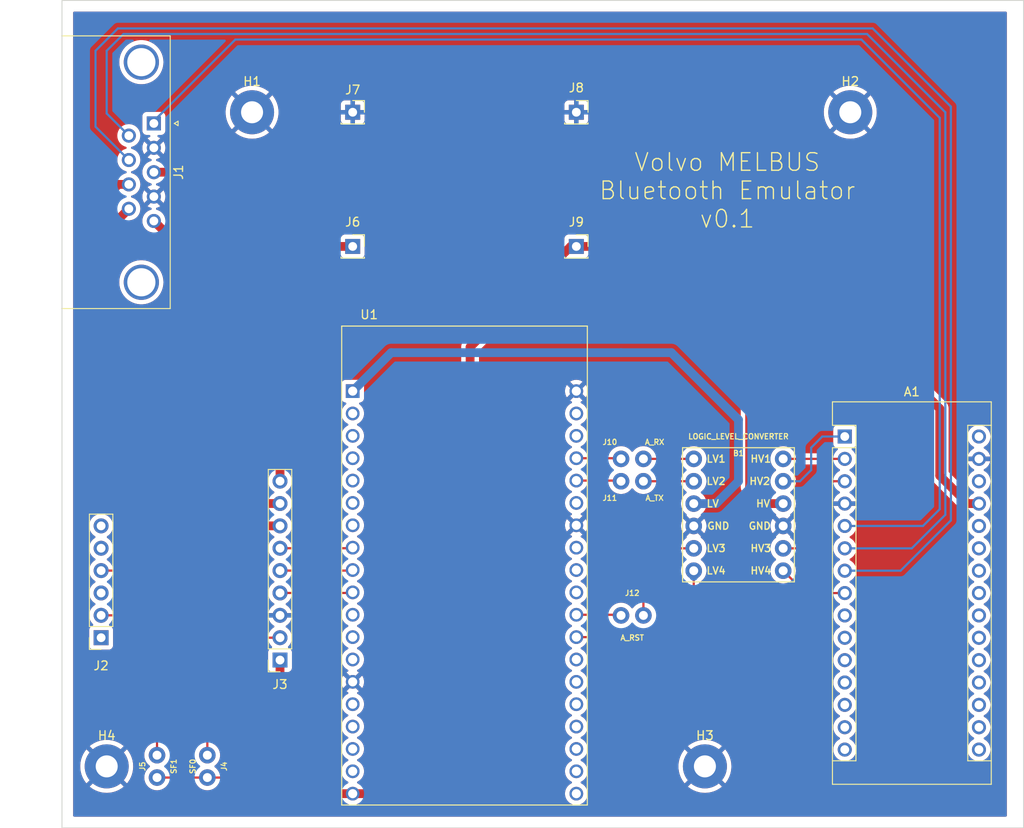
<source format=kicad_pcb>
(kicad_pcb (version 20211014) (generator pcbnew)
  (layers (0 "F.Cu" signal) (31 "B.Cu" signal) (34 "B.Paste" user) (35 "F.Paste" user) (36 "B.SilkS" user "B.Silkscreen") (37 "F.SilkS" user "F.Silkscreen") (38 "B.Mask" user) (39 "F.Mask" user) (44 "Edge.Cuts" user))
  (net 0 "")
  (net 48 "5V")
  (net 50 "Net-(A1-Pad1)")
  (net 53 "MELBUS_BUSY")
  (net 54 "MELBUS_DATA")
  (net 55 "MELBUS_CLK")
  (net 56 "GND")
  (net 57 "Net-(A1-Pad8)")
  (net 58 "Net-(B1-PadLV4)")
  (net 59 "Net-(B1-PadLV3)")
  (net 60 "Net-(B1-PadLV2)")
  (net 61 "3V3")
  (net 62 "Net-(J2-Pad2)")
  (net 63 "Net-(J2-Pad4)")
  (net 64 "Net-(J3-Pad2)")
  (net 65 "Net-(J3-Pad4)")
  (net 66 "Net-(J3-Pad5)")
  (net 67 "Net-(J3-Pad6)")
  (net 68 "AUDIO_L")
  (net 69 "AUDIO_GND")
  (net 70 "AUDIO_R")
  (net 71 "12V")
  (net 72 "Net-(J11-Pad2)")
  (net 73 "Net-(A1-Pad2)")
  (net 74 "Net-(B1-PadLV1)")
  (net 75 "Net-(J10-Pad1)")
  (net 76 "ARDUINO_RESET")
  (net 77 "Net-(J12-Pad1)")
  (footprint "MountingHole:MountingHole_2.5mm_Pad" (layer "F.Cu") (at 144.78 132.08)
    (fp_text reference "H3" (at 0 -3.5) (layer "F.SilkS"))
    (fp_text value "mnt_3")
    (pad "1" thru_hole circle (at 0 0) (size 5 5) (drill 2.5) (layers *.Cu *.Mask) (net 56 "GND"))
  )
  (footprint "Connector_PinSocket_2.54mm:PinSocket_1x01_P2.54mm_Vertical" (layer "F.Cu") (at 130.175 73.025)
    (fp_text reference "J9" (at 0 -2.77) (layer "F.SilkS"))
    (fp_text value "5V")
    (fp_line (start -1.33 1.21) (end -1.33 1.33) (layer "F.SilkS") (width 0.12))
    (fp_line (start 0 -1.33) (end 1.33 -1.33) (layer "F.SilkS") (width 0.12))
    (fp_line (start 1.33 -1.33) (end 1.33 0) (layer "F.SilkS") (width 0.12))
    (fp_line (start -1.33 1.33) (end 1.33 1.33) (layer "F.SilkS") (width 0.12))
    (fp_line (start 1.33 1.21) (end 1.33 1.33) (layer "F.SilkS") (width 0.12))
    (pad "1" thru_hole rect locked (at 0 0) (size 1.7 1.7) (drill 1) (layers *.Cu *.Mask) (net 48 "5V"))
  )
  (footprint "Connector_PinSocket_2.54mm:PinSocket_1x01_P2.54mm_Vertical" (layer "F.Cu") (at 104.775 73.025)
    (fp_text reference "J6" (at 0 -2.77) (layer "F.SilkS"))
    (fp_text value "12V")
    (fp_line (start 0 -1.33) (end 1.33 -1.33) (layer "F.SilkS") (width 0.12))
    (fp_line (start 1.33 -1.33) (end 1.33 0) (layer "F.SilkS") (width 0.12))
    (fp_line (start 1.33 1.21) (end 1.33 1.33) (layer "F.SilkS") (width 0.12))
    (fp_line (start -1.33 1.33) (end 1.33 1.33) (layer "F.SilkS") (width 0.12))
    (fp_line (start -1.33 1.21) (end -1.33 1.33) (layer "F.SilkS") (width 0.12))
    (pad "1" thru_hole rect locked (at 0 0) (size 1.7 1.7) (drill 1) (layers *.Cu *.Mask) (net 71 "12V"))
  )
  (footprint "MountingHole:MountingHole_2.5mm_Pad" (layer "F.Cu") (at 93.345 57.785)
    (fp_text reference "H1" (at 0 -3.5) (layer "F.SilkS"))
    (fp_text value "mnt_1")
    (pad "1" thru_hole circle (at 0 0) (size 5 5) (drill 2.5) (layers *.Cu *.Mask) (net 56 "GND"))
  )
  (footprint "Connector_PinSocket_2.54mm:PinSocket_1x01_P2.54mm_Vertical" (layer "F.Cu") (at 104.775 57.785)
    (fp_text reference "J7" (at 0 -2.54) (layer "F.SilkS"))
    (fp_text value "GND")
    (fp_line (start 0 -1.33) (end 1.33 -1.33) (layer "F.SilkS") (width 0.12))
    (fp_line (start 1.33 1.21) (end 1.33 1.33) (layer "F.SilkS") (width 0.12))
    (fp_line (start -1.33 1.33) (end 1.33 1.33) (layer "F.SilkS") (width 0.12))
    (fp_line (start 1.33 -1.33) (end 1.33 0) (layer "F.SilkS") (width 0.12))
    (fp_line (start -1.33 1.21) (end -1.33 1.33) (layer "F.SilkS") (width 0.12))
    (pad "1" thru_hole rect locked (at 0 0) (size 1.7 1.7) (drill 1) (layers *.Cu *.Mask) (net 56 "GND"))
  )
  (footprint "Connectors:1X02_NO_SILK" (layer "F.Cu") (at 135.255 97.155)
    (fp_text reference "J10" (at -1.27 -1.905) (layer "F.SilkS") (effects (font (size 0.6096 0.6096) (thickness 0.127))))
    (fp_text value "A_RX" (at 3.81 -1.905) (layer "F.SilkS") (effects (font (size 0.6096 0.6096) (thickness 0.127))))
    (pad "1" thru_hole circle locked (at 0 0) (size 1.8796 1.8796) (drill 1.016) (layers *.Cu *.Mask) (net 75 "Net-(J10-Pad1)"))
    (pad "2" thru_hole circle locked (at 2.54 0) (size 1.8796 1.8796) (drill 1.016) (layers *.Cu *.Mask) (net 74 "Net-(B1-PadLV1)"))
  )
  (footprint "MountingHole:MountingHole_2.5mm_Pad" (layer "F.Cu") (at 161.29 57.785)
    (fp_text reference "H2" (at 0 -3.5) (layer "F.SilkS"))
    (fp_text value "mnt_2")
    (pad "1" thru_hole circle (at 0 0) (size 5 5) (drill 2.5) (layers *.Cu *.Mask) (net 56 "GND"))
  )
  (footprint "Module:Arduino_Nano" (layer "F.Cu") (at 160.665 94.615)
    (fp_text reference "A1" (at 7.62 -5.08) (layer "F.SilkS"))
    (fp_text value "Arduino_Nano")
    (fp_line (start 16.64 -3.94) (end -1.4 -3.94) (layer "F.SilkS") (width 0.12))
    (fp_line (start 1.27 1.27) (end 1.27 -1.27) (layer "F.SilkS") (width 0.12))
    (fp_line (start 16.64 39.5) (end 16.64 -3.94) (layer "F.SilkS") (width 0.12))
    (fp_line (start 1.27 1.27) (end 1.27 36.83) (layer "F.SilkS") (width 0.12))
    (fp_line (start 1.27 36.83) (end -1.4 36.83) (layer "F.SilkS") (width 0.12))
    (fp_line (start 13.97 -1.27) (end 13.97 36.83) (layer "F.SilkS") (width 0.12))
    (fp_line (start -1.4 39.5) (end 16.64 39.5) (layer "F.SilkS") (width 0.12))
    (fp_line (start 1.27 1.27) (end -1.4 1.27) (layer "F.SilkS") (width 0.12))
    (fp_line (start -1.4 -3.94) (end -1.4 -1.27) (layer "F.SilkS") (width 0.12))
    (fp_line (start 13.97 36.83) (end 16.64 36.83) (layer "F.SilkS") (width 0.12))
    (fp_line (start 13.97 -1.27) (end 16.64 -1.27) (layer "F.SilkS") (width 0.12))
    (fp_line (start -1.4 1.27) (end -1.4 39.5) (layer "F.SilkS") (width 0.12))
    (fp_line (start 1.27 -1.27) (end -1.4 -1.27) (layer "F.SilkS") (width 0.12))
    (pad "1" thru_hole rect locked (at 0 0) (size 1.6 1.6) (drill 1) (layers *.Cu *.Mask) (net 50 "Net-(A1-Pad1)"))
    (pad "2" thru_hole oval locked (at 0 2.54) (size 1.6 1.6) (drill 1) (layers *.Cu *.Mask) (net 73 "Net-(A1-Pad2)"))
    (pad "3" thru_hole oval locked (at 0 5.08) (size 1.6 1.6) (drill 1) (layers *.Cu *.Mask) (net 76 "ARDUINO_RESET"))
    (pad "4" thru_hole oval locked (at 0 7.62) (size 1.6 1.6) (drill 1) (layers *.Cu *.Mask) (net 56 "GND"))
    (pad "5" thru_hole oval locked (at 0 10.16) (size 1.6 1.6) (drill 1) (layers *.Cu *.Mask) (net 55 "MELBUS_CLK"))
    (pad "6" thru_hole oval locked (at 0 12.7) (size 1.6 1.6) (drill 1) (layers *.Cu *.Mask) (net 54 "MELBUS_DATA"))
    (pad "7" thru_hole oval locked (at 0 15.24) (size 1.6 1.6) (drill 1) (layers *.Cu *.Mask) (net 53 "MELBUS_BUSY"))
    (pad "8" thru_hole oval locked (at 0 17.78) (size 1.6 1.6) (drill 1) (layers *.Cu *.Mask) (net 57 "Net-(A1-Pad8)"))
    (pad "9" thru_hole oval locked (at 0 20.32) (size 1.6 1.6) (drill 1) (layers *.Cu *.Mask))
    (pad "10" thru_hole oval locked (at 0 22.86) (size 1.6 1.6) (drill 1) (layers *.Cu *.Mask))
    (pad "11" thru_hole oval locked (at 0 25.4) (size 1.6 1.6) (drill 1) (layers *.Cu *.Mask))
    (pad "12" thru_hole oval locked (at 0 27.94) (size 1.6 1.6) (drill 1) (layers *.Cu *.Mask))
    (pad "13" thru_hole oval locked (at 0 30.48) (size 1.6 1.6) (drill 1) (layers *.Cu *.Mask))
    (pad "14" thru_hole oval locked (at 0 33.02) (size 1.6 1.6) (drill 1) (layers *.Cu *.Mask))
    (pad "15" thru_hole oval locked (at 0 35.56) (size 1.6 1.6) (drill 1) (layers *.Cu *.Mask))
    (pad "16" thru_hole oval locked (at 15.24 35.56) (size 1.6 1.6) (drill 1) (layers *.Cu *.Mask))
    (pad "17" thru_hole oval locked (at 15.24 33.02) (size 1.6 1.6) (drill 1) (layers *.Cu *.Mask))
    (pad "18" thru_hole oval locked (at 15.24 30.48) (size 1.6 1.6) (drill 1) (layers *.Cu *.Mask))
    (pad "19" thru_hole oval locked (at 15.24 27.94) (size 1.6 1.6) (drill 1) (layers *.Cu *.Mask))
    (pad "20" thru_hole oval locked (at 15.24 25.4) (size 1.6 1.6) (drill 1) (layers *.Cu *.Mask))
    (pad "21" thru_hole oval locked (at 15.24 22.86) (size 1.6 1.6) (drill 1) (layers *.Cu *.Mask))
    (pad "22" thru_hole oval locked (at 15.24 20.32) (size 1.6 1.6) (drill 1) (layers *.Cu *.Mask))
    (pad "23" thru_hole oval locked (at 15.24 17.78) (size 1.6 1.6) (drill 1) (layers *.Cu *.Mask))
    (pad "24" thru_hole oval locked (at 15.24 15.24) (size 1.6 1.6) (drill 1) (layers *.Cu *.Mask))
    (pad "25" thru_hole oval locked (at 15.24 12.7) (size 1.6 1.6) (drill 1) (layers *.Cu *.Mask))
    (pad "26" thru_hole oval locked (at 15.24 10.16) (size 1.6 1.6) (drill 1) (layers *.Cu *.Mask))
    (pad "27" thru_hole oval locked (at 15.24 7.62) (size 1.6 1.6) (drill 1) (layers *.Cu *.Mask) (net 48 "5V"))
    (pad "28" thru_hole oval locked (at 15.24 5.08) (size 1.6 1.6) (drill 1) (layers *.Cu *.Mask))
    (pad "29" thru_hole oval locked (at 15.24 2.54) (size 1.6 1.6) (drill 1) (layers *.Cu *.Mask) (net 56 "GND"))
    (pad "30" thru_hole oval locked (at 15.24 0) (size 1.6 1.6) (drill 1) (layers *.Cu *.Mask))
  )
  (footprint "Connectors:1X02_NO_SILK" (layer "F.Cu") (at 88.265 130.81 -90)
    (fp_text reference "J4" (at 1.27 -1.905 -270) (layer "F.SilkS") (effects (font (size 0.6096 0.6096) (thickness 0.127))))
    (fp_text value "SF0" (at 1.27 1.651 -270) (layer "F.SilkS") (effects (font (size 0.6096 0.6096) (thickness 0.127))))
    (pad "1" thru_hole circle locked (at 0 0 270) (size 1.8796 1.8796) (drill 1.016) (layers *.Cu *.Mask) (net 63 "Net-(J2-Pad4)"))
    (pad "2" thru_hole circle locked (at 2.54 0 270) (size 1.8796 1.8796) (drill 1.016) (layers *.Cu *.Mask) (net 64 "Net-(J3-Pad2)"))
  )
  (footprint "Connector_PinSocket_2.54mm:PinSocket_1x09_P2.54mm_Vertical" (layer "F.Cu") (at 96.52 120.005 180)
    (fp_text reference "J3" (at 0 -2.77) (layer "F.SilkS"))
    (fp_text value "DAC_A")
    (fp_line (start 1.33 1.27) (end 1.33 21.65) (layer "F.SilkS") (width 0.12))
    (fp_line (start -1.33 21.65) (end 1.33 21.65) (layer "F.SilkS") (width 0.12))
    (fp_line (start 0 -1.33) (end 1.33 -1.33) (layer "F.SilkS") (width 0.12))
    (fp_line (start -1.33 1.27) (end -1.33 21.65) (layer "F.SilkS") (width 0.12))
    (fp_line (start -1.33 1.27) (end 1.33 1.27) (layer "F.SilkS") (width 0.12))
    (fp_line (start 1.33 -1.33) (end 1.33 0) (layer "F.SilkS") (width 0.12))
    (pad "1" thru_hole rect locked (at 0 0 180) (size 1.7 1.7) (drill 1) (layers *.Cu *.Mask) (net 48 "5V"))
    (pad "2" thru_hole oval locked (at 0 2.54 180) (size 1.7 1.7) (drill 1) (layers *.Cu *.Mask) (net 64 "Net-(J3-Pad2)"))
    (pad "3" thru_hole oval locked (at 0 5.08 180) (size 1.7 1.7) (drill 1) (layers *.Cu *.Mask) (net 56 "GND"))
    (pad "4" thru_hole oval locked (at 0 7.62 180) (size 1.7 1.7) (drill 1) (layers *.Cu *.Mask) (net 65 "Net-(J3-Pad4)"))
    (pad "5" thru_hole oval locked (at 0 10.16 180) (size 1.7 1.7) (drill 1) (layers *.Cu *.Mask) (net 66 "Net-(J3-Pad5)"))
    (pad "6" thru_hole oval locked (at 0 12.7 180) (size 1.7 1.7) (drill 1) (layers *.Cu *.Mask) (net 67 "Net-(J3-Pad6)"))
    (pad "7" thru_hole oval locked (at 0 15.24 180) (size 1.7 1.7) (drill 1) (layers *.Cu *.Mask) (net 68 "AUDIO_L"))
    (pad "8" thru_hole oval locked (at 0 17.78 180) (size 1.7 1.7) (drill 1) (layers *.Cu *.Mask) (net 69 "AUDIO_GND"))
    (pad "9" thru_hole oval locked (at 0 20.32 180) (size 1.7 1.7) (drill 1) (layers *.Cu *.Mask) (net 70 "AUDIO_R"))
  )
  (footprint "MountingHole:MountingHole_2.5mm_Pad" (layer "F.Cu") (at 76.835 132.08)
    (fp_text reference "H4" (at 0 -3.5) (layer "F.SilkS"))
    (fp_text value "mnt_4")
    (pad "1" thru_hole circle (at 0 0) (size 5 5) (drill 2.5) (layers *.Cu *.Mask) (net 56 "GND"))
  )
  (footprint "Boards:SPARKFUN_LOGIC_LEVEL_CONVERTER" (layer "F.Cu") (at 148.59 103.505)
    (fp_text reference "B1" (at 0 -6.985) (layer "F.SilkS") (effects (font (size 0.6096 0.6096) (thickness 0.127))))
    (fp_text value "LOGIC_LEVEL_CONVERTER" (at 0 -8.89) (layer "F.SilkS") (effects (font (size 0.6096 0.6096) (thickness 0.127))))
    (fp_text user "HV4" (at 2.54 6.35) (layer "F.SilkS") (effects (font (size 0.8128 0.8128) (thickness 0.1524))))
    (fp_text user "HV" (at 2.794 -1.27) (layer "F.SilkS") (effects (font (size 0.8128 0.8128) (thickness 0.1524))))
    (fp_text user "GND" (at -2.286 1.27) (layer "F.SilkS") (effects (font (size 0.8128 0.8128) (thickness 0.1524))))
    (fp_text user "LV4" (at -2.54 6.35) (layer "F.SilkS") (effects (font (size 0.8128 0.8128) (thickness 0.1524))))
    (fp_text user "LV1" (at -2.54 -6.35) (layer "F.SilkS") (effects (font (size 0.8128 0.8128) (thickness 0.1524))))
    (fp_text user "GND" (at 2.413 1.27) (layer "F.SilkS") (effects (font (size 0.8128 0.8128) (thickness 0.1524))))
    (fp_text user "HV1" (at 2.54 -6.35) (layer "F.SilkS") (effects (font (size 0.8128 0.8128) (thickness 0.1524))))
    (fp_text user "LV" (at -2.921 -1.27) (layer "F.SilkS") (effects (font (size 0.8128 0.8128) (thickness 0.1524))))
    (fp_text user "LV2" (at -2.54 -3.81) (layer "F.SilkS") (effects (font (size 0.8128 0.8128) (thickness 0.1524))))
    (fp_text user "HV2" (at 2.413 -3.81) (layer "F.SilkS") (effects (font (size 0.8128 0.8128) (thickness 0.1524))))
    (fp_text user "LV3" (at -2.54 3.81) (layer "F.SilkS") (effects (font (size 0.8128 0.8128) (thickness 0.1524))))
    (fp_text user "HV3" (at 2.54 3.81) (layer "F.SilkS") (effects (font (size 0.8128 0.8128) (thickness 0.1524))))
    (fp_line (start 6.35 7.62) (end -6.35 7.62) (layer "F.SilkS") (width 0.127))
    (fp_line (start 6.35 -7.62) (end 6.35 7.62) (layer "F.SilkS") (width 0.127))
    (fp_line (start -6.35 -7.62) (end 6.35 -7.62) (layer "F.SilkS") (width 0.127))
    (fp_line (start -6.35 7.62) (end -6.35 -7.62) (layer "F.SilkS") (width 0.127))
    (pad "GND1" thru_hole circle locked (at -5.08 1.27) (size 1.8796 1.8796) (drill 1.016) (layers *.Cu *.Mask) (net 56 "GND"))
    (pad "GND2" thru_hole circle locked (at 5.08 1.27) (size 1.8796 1.8796) (drill 1.016) (layers *.Cu *.Mask) (net 56 "GND"))
    (pad "HV" thru_hole circle locked (at 5.08 -1.27) (size 1.8796 1.8796) (drill 1.016) (layers *.Cu *.Mask) (net 48 "5V"))
    (pad "HV1" thru_hole circle locked (at 5.08 -6.35) (size 1.8796 1.8796) (drill 1.016) (layers *.Cu *.Mask) (net 73 "Net-(A1-Pad2)"))
    (pad "HV2" thru_hole circle locked (at 5.08 -3.81) (size 1.8796 1.8796) (drill 1.016) (layers *.Cu *.Mask) (net 50 "Net-(A1-Pad1)"))
    (pad "HV3" thru_hole circle locked (at 5.08 3.81) (size 1.8796 1.8796) (drill 1.016) (layers *.Cu *.Mask) (net 76 "ARDUINO_RESET"))
    (pad "HV4" thru_hole circle locked (at 5.08 6.35) (size 1.8796 1.8796) (drill 1.016) (layers *.Cu *.Mask) (net 57 "Net-(A1-Pad8)"))
    (pad "LV" thru_hole circle locked (at -5.08 -1.27) (size 1.8796 1.8796) (drill 1.016) (layers *.Cu *.Mask) (net 61 "3V3"))
    (pad "LV1" thru_hole circle locked (at -5.08 -6.35) (size 1.8796 1.8796) (drill 1.016) (layers *.Cu *.Mask) (net 74 "Net-(B1-PadLV1)"))
    (pad "LV2" thru_hole circle locked (at -5.08 -3.81) (size 1.8796 1.8796) (drill 1.016) (layers *.Cu *.Mask) (net 60 "Net-(B1-PadLV2)"))
    (pad "LV3" thru_hole circle locked (at -5.08 3.81) (size 1.8796 1.8796) (drill 1.016) (layers *.Cu *.Mask) (net 59 "Net-(B1-PadLV3)"))
    (pad "LV4" thru_hole circle locked (at -5.08 6.35) (size 1.8796 1.8796) (drill 1.016) (layers *.Cu *.Mask) (net 58 "Net-(B1-PadLV4)"))
  )
  (footprint "Connector_Dsub:DSUB-9_Male_Horizontal_P2.77x2.84mm_EdgePinOffset7.70mm_Housed_MountingHolesOffset9.12mm" (layer "F.Cu") (at 82.190331 59.055 -90)
    (fp_text reference "J1" (at 5.54 -2.8 -90) (layer "F.SilkS"))
    (fp_text value "DB9_Male")
    (fp_line (start -9.945 -1.86) (end 21.025 -1.86) (layer "F.SilkS") (width 0.12))
    (fp_line (start -9.945 10.48) (end -9.945 -1.86) (layer "F.SilkS") (width 0.12))
    (fp_line (start 0.25 -2.754338) (end 0 -2.321325) (layer "F.SilkS") (width 0.12))
    (fp_line (start 0 -2.321325) (end -0.25 -2.754338) (layer "F.SilkS") (width 0.12))
    (fp_line (start -0.25 -2.754338) (end 0.25 -2.754338) (layer "F.SilkS") (width 0.12))
    (fp_line (start 21.025 -1.86) (end 21.025 10.48) (layer "F.SilkS") (width 0.12))
    (pad "0" thru_hole circle locked (at -6.96 1.42 270) (size 4 4) (drill 3.2) (layers *.Cu *.Mask))
    (pad "0" thru_hole circle locked (at 18.04 1.42 270) (size 4 4) (drill 3.2) (layers *.Cu *.Mask))
    (pad "1" thru_hole rect locked (at 0 0 270) (size 1.6 1.6) (drill 1) (layers *.Cu *.Mask) (net 55 "MELBUS_CLK"))
    (pad "2" thru_hole circle locked (at 2.77 0 270) (size 1.6 1.6) (drill 1) (layers *.Cu *.Mask) (net 56 "GND"))
    (pad "3" thru_hole circle locked (at 5.54 0 270) (size 1.6 1.6) (drill 1) (layers *.Cu *.Mask) (net 71 "12V"))
    (pad "4" thru_hole circle locked (at 8.31 0 270) (size 1.6 1.6) (drill 1) (layers *.Cu *.Mask) (net 56 "GND"))
    (pad "5" thru_hole circle locked (at 11.08 0 270) (size 1.6 1.6) (drill 1) (layers *.Cu *.Mask) (net 70 "AUDIO_R"))
    (pad "6" thru_hole circle locked (at 1.385 2.84 270) (size 1.6 1.6) (drill 1) (layers *.Cu *.Mask) (net 54 "MELBUS_DATA"))
    (pad "7" thru_hole circle locked (at 4.155 2.84 270) (size 1.6 1.6) (drill 1) (layers *.Cu *.Mask) (net 53 "MELBUS_BUSY"))
    (pad "8" thru_hole circle locked (at 6.925 2.84 270) (size 1.6 1.6) (drill 1) (layers *.Cu *.Mask) (net 68 "AUDIO_L"))
    (pad "9" thru_hole circle locked (at 9.695 2.84 270) (size 1.6 1.6) (drill 1) (layers *.Cu *.Mask) (net 69 "AUDIO_GND"))
  )
  (footprint "esp32:MODULE_ESP32-DEVKITC-32D" (layer "F.Cu") (at 117.475 109.22)
    (fp_text reference "U1" (at -10.829175 -28.446045) (layer "F.SilkS") (effects (font (size 1.000386 1.000386))))
    (fp_text value "ESP32-DEVKITC-32D")
    (fp_line (start 13.95 -27.15) (end 13.95 27.25) (layer "F.SilkS") (width 0.127))
    (fp_line (start 13.95 27.25) (end -13.95 27.25) (layer "F.SilkS") (width 0.127))
    (fp_line (start -13.95 -27.15) (end 13.95 -27.15) (layer "F.SilkS") (width 0.127))
    (fp_line (start -13.95 27.25) (end -13.95 -27.15) (layer "F.SilkS") (width 0.127))
    (pad "1" thru_hole rect locked (at -12.7 -19.76) (size 1.56 1.56) (drill 1.04) (layers *.Cu *.Mask) (net 61 "3V3"))
    (pad "2" thru_hole circle locked (at -12.7 -17.22) (size 1.56 1.56) (drill 1.04) (layers *.Cu *.Mask))
    (pad "3" thru_hole circle locked (at -12.7 -14.68) (size 1.56 1.56) (drill 1.04) (layers *.Cu *.Mask))
    (pad "4" thru_hole circle locked (at -12.7 -12.14) (size 1.56 1.56) (drill 1.04) (layers *.Cu *.Mask))
    (pad "5" thru_hole circle locked (at -12.7 -9.6) (size 1.56 1.56) (drill 1.04) (layers *.Cu *.Mask))
    (pad "6" thru_hole circle locked (at -12.7 -7.06) (size 1.56 1.56) (drill 1.04) (layers *.Cu *.Mask))
    (pad "7" thru_hole circle locked (at -12.7 -4.52) (size 1.56 1.56) (drill 1.04) (layers *.Cu *.Mask))
    (pad "8" thru_hole circle locked (at -12.7 -1.98) (size 1.56 1.56) (drill 1.04) (layers *.Cu *.Mask) (net 67 "Net-(J3-Pad6)"))
    (pad "9" thru_hole circle locked (at -12.7 0.56) (size 1.56 1.56) (drill 1.04) (layers *.Cu *.Mask) (net 66 "Net-(J3-Pad5)"))
    (pad "10" thru_hole circle locked (at -12.7 3.1) (size 1.56 1.56) (drill 1.04) (layers *.Cu *.Mask) (net 65 "Net-(J3-Pad4)"))
    (pad "11" thru_hole circle locked (at -12.7 5.64) (size 1.56 1.56) (drill 1.04) (layers *.Cu *.Mask))
    (pad "12" thru_hole circle locked (at -12.7 8.18) (size 1.56 1.56) (drill 1.04) (layers *.Cu *.Mask))
    (pad "13" thru_hole circle locked (at -12.7 10.72) (size 1.56 1.56) (drill 1.04) (layers *.Cu *.Mask))
    (pad "14" thru_hole circle locked (at -12.7 13.26) (size 1.56 1.56) (drill 1.04) (layers *.Cu *.Mask) (net 56 "GND"))
    (pad "15" thru_hole circle locked (at -12.7 15.8) (size 1.56 1.56) (drill 1.04) (layers *.Cu *.Mask))
    (pad "16" thru_hole circle locked (at -12.7 18.34) (size 1.56 1.56) (drill 1.04) (layers *.Cu *.Mask))
    (pad "17" thru_hole circle locked (at -12.7 20.88) (size 1.56 1.56) (drill 1.04) (layers *.Cu *.Mask))
    (pad "18" thru_hole circle locked (at -12.7 23.42) (size 1.56 1.56) (drill 1.04) (layers *.Cu *.Mask))
    (pad "19" thru_hole circle locked (at -12.7 25.96) (size 1.56 1.56) (drill 1.04) (layers *.Cu *.Mask) (net 48 "5V"))
    (pad "20" thru_hole circle locked (at 12.7 -19.76) (size 1.56 1.56) (drill 1.04) (layers *.Cu *.Mask) (net 56 "GND"))
    (pad "21" thru_hole circle locked (at 12.7 -17.22) (size 1.56 1.56) (drill 1.04) (layers *.Cu *.Mask))
    (pad "22" thru_hole circle locked (at 12.7 -14.68) (size 1.56 1.56) (drill 1.04) (layers *.Cu *.Mask))
    (pad "23" thru_hole circle locked (at 12.7 -12.14) (size 1.56 1.56) (drill 1.04) (layers *.Cu *.Mask) (net 75 "Net-(J10-Pad1)"))
    (pad "24" thru_hole circle locked (at 12.7 -9.6) (size 1.56 1.56) (drill 1.04) (layers *.Cu *.Mask) (net 72 "Net-(J11-Pad2)"))
    (pad "25" thru_hole circle locked (at 12.7 -7.06) (size 1.56 1.56) (drill 1.04) (layers *.Cu *.Mask))
    (pad "26" thru_hole circle locked (at 12.7 -4.52) (size 1.56 1.56) (drill 1.04) (layers *.Cu *.Mask) (net 56 "GND"))
    (pad "27" thru_hole circle locked (at 12.7 -1.98) (size 1.56 1.56) (drill 1.04) (layers *.Cu *.Mask))
    (pad "28" thru_hole circle locked (at 12.7 0.56) (size 1.56 1.56) (drill 1.04) (layers *.Cu *.Mask))
    (pad "29" thru_hole circle locked (at 12.7 3.1) (size 1.56 1.56) (drill 1.04) (layers *.Cu *.Mask))
    (pad "30" thru_hole circle locked (at 12.7 5.64) (size 1.56 1.56) (drill 1.04) (layers *.Cu *.Mask) (net 77 "Net-(J12-Pad1)"))
    (pad "31" thru_hole circle locked (at 12.7 8.18) (size 1.56 1.56) (drill 1.04) (layers *.Cu *.Mask) (net 58 "Net-(B1-PadLV4)"))
    (pad "32" thru_hole circle locked (at 12.7 10.72) (size 1.56 1.56) (drill 1.04) (layers *.Cu *.Mask))
    (pad "33" thru_hole circle locked (at 12.7 13.26) (size 1.56 1.56) (drill 1.04) (layers *.Cu *.Mask))
    (pad "34" thru_hole circle locked (at 12.7 15.8) (size 1.56 1.56) (drill 1.04) (layers *.Cu *.Mask))
    (pad "35" thru_hole circle locked (at 12.7 18.34) (size 1.56 1.56) (drill 1.04) (layers *.Cu *.Mask))
    (pad "36" thru_hole circle locked (at 12.7 20.88) (size 1.56 1.56) (drill 1.04) (layers *.Cu *.Mask))
    (pad "37" thru_hole circle locked (at 12.7 23.42) (size 1.56 1.56) (drill 1.04) (layers *.Cu *.Mask))
    (pad "38" thru_hole circle locked (at 12.7 25.96) (size 1.56 1.56) (drill 1.04) (layers *.Cu *.Mask))
  )
  (footprint "Connectors:1X02_NO_SILK" (layer "F.Cu") (at 82.55 133.35 90)
    (fp_text reference "J5" (at 1.27 -1.651 90) (layer "F.SilkS") (effects (font (size 0.6096 0.6096) (thickness 0.127))))
    (fp_text value "SF1" (at 1.27 1.905 90) (layer "F.SilkS") (effects (font (size 0.6096 0.6096) (thickness 0.127))))
    (pad "1" thru_hole circle locked (at 0 0 90) (size 1.8796 1.8796) (drill 1.016) (layers *.Cu *.Mask) (net 64 "Net-(J3-Pad2)"))
    (pad "2" thru_hole circle locked (at 2.54 0 90) (size 1.8796 1.8796) (drill 1.016) (layers *.Cu *.Mask) (net 62 "Net-(J2-Pad2)"))
  )
  (footprint "Connectors:1X02_NO_SILK" (layer "F.Cu") (at 137.795 99.695 180)
    (fp_text reference "J11" (at 3.81 -1.905) (layer "F.SilkS") (effects (font (size 0.6096 0.6096) (thickness 0.127))))
    (fp_text value "A_TX" (at -1.27 -1.905) (layer "F.SilkS") (effects (font (size 0.6096 0.6096) (thickness 0.127))))
    (pad "1" thru_hole circle locked (at 0 0 180) (size 1.8796 1.8796) (drill 1.016) (layers *.Cu *.Mask) (net 60 "Net-(B1-PadLV2)"))
    (pad "2" thru_hole circle locked (at 2.54 0 180) (size 1.8796 1.8796) (drill 1.016) (layers *.Cu *.Mask) (net 72 "Net-(J11-Pad2)"))
  )
  (footprint "Connector_PinSocket_2.54mm:PinSocket_1x01_P2.54mm_Vertical" (layer "F.Cu") (at 130.175 57.785)
    (fp_text reference "J8" (at 0 -2.77) (layer "F.SilkS"))
    (fp_text value "GND")
    (fp_line (start -1.33 1.21) (end -1.33 1.33) (layer "F.SilkS") (width 0.12))
    (fp_line (start -1.33 1.33) (end 1.33 1.33) (layer "F.SilkS") (width 0.12))
    (fp_line (start 1.33 1.21) (end 1.33 1.33) (layer "F.SilkS") (width 0.12))
    (fp_line (start 1.33 -1.33) (end 1.33 0) (layer "F.SilkS") (width 0.12))
    (fp_line (start 0 -1.33) (end 1.33 -1.33) (layer "F.SilkS") (width 0.12))
    (pad "1" thru_hole rect locked (at 0 0) (size 1.7 1.7) (drill 1) (layers *.Cu *.Mask) (net 56 "GND"))
  )
  (footprint "Connectors:1X02_NO_SILK" (layer "F.Cu") (at 135.255 114.935)
    (fp_text reference "J12" (at 1.27 -2.54) (layer "F.SilkS") (effects (font (size 0.6096 0.6096) (thickness 0.127))))
    (fp_text value "A_RST" (at 1.27 2.54) (layer "F.SilkS") (effects (font (size 0.6096 0.6096) (thickness 0.127))))
    (pad "1" thru_hole circle locked (at 0 0) (size 1.8796 1.8796) (drill 1.016) (layers *.Cu *.Mask) (net 77 "Net-(J12-Pad1)"))
    (pad "2" thru_hole circle locked (at 2.54 0) (size 1.8796 1.8796) (drill 1.016) (layers *.Cu *.Mask) (net 59 "Net-(B1-PadLV3)"))
  )
  (footprint "Connector_PinSocket_2.54mm:PinSocket_1x06_P2.54mm_Vertical" (layer "F.Cu") (at 76.2 117.465 180)
    (fp_text reference "J2" (at 0 -3.185) (layer "F.SilkS"))
    (fp_text value "DAC_B")
    (fp_line (start 0 -1.33) (end 1.33 -1.33) (layer "F.SilkS") (width 0.12))
    (fp_line (start -1.33 1.27) (end -1.33 14.03) (layer "F.SilkS") (width 0.12))
    (fp_line (start -1.33 14.03) (end 1.33 14.03) (layer "F.SilkS") (width 0.12))
    (fp_line (start 1.33 1.27) (end 1.33 14.03) (layer "F.SilkS") (width 0.12))
    (fp_line (start 1.33 -1.33) (end 1.33 0) (layer "F.SilkS") (width 0.12))
    (fp_line (start -1.33 1.27) (end 1.33 1.27) (layer "F.SilkS") (width 0.12))
    (pad "1" thru_hole rect locked (at 0 0 180) (size 1.7 1.7) (drill 1) (layers *.Cu *.Mask))
    (pad "2" thru_hole oval locked (at 0 2.54 180) (size 1.7 1.7) (drill 1) (layers *.Cu *.Mask) (net 62 "Net-(J2-Pad2)"))
    (pad "3" thru_hole oval locked (at 0 5.08 180) (size 1.7 1.7) (drill 1) (layers *.Cu *.Mask))
    (pad "4" thru_hole oval locked (at 0 7.62 180) (size 1.7 1.7) (drill 1) (layers *.Cu *.Mask) (net 63 "Net-(J2-Pad4)"))
    (pad "5" thru_hole oval locked (at 0 10.16 180) (size 1.7 1.7) (drill 1) (layers *.Cu *.Mask))
    (pad "6" thru_hole oval locked (at 0 12.7 180) (size 1.7 1.7) (drill 1) (layers *.Cu *.Mask))
  )
  (gr_rect locked (start 71.755 45.085) (end 180.975 139.065) (layer "Edge.Cuts") (width 0.1) (fill none))
  (gr_text "Volvo MELBUS\nBluetooth Emulator\nv0.1" (at 147.32 66.675) (layer "F.SilkS") (effects (font (size 2 2))))
  (segment locked (start 130.175 73.025) (end 149.86 73.025) (width 1) (layer "F.Cu") (net 48))
  (segment locked (start 118.11 125.73) (end 118.11 84.455) (width 1) (layer "F.Cu") (net 48))
  (segment locked (start 171.45 91.44) (end 171.45 99.06) (width 1) (layer "F.Cu") (net 48))
  (segment locked (start 118.11 84.455) (end 129.54 73.025) (width 1) (layer "F.Cu") (net 48))
  (segment locked (start 108.66 135.18) (end 118.11 125.73) (width 1) (layer "F.Cu") (net 48))
  (segment locked (start 96.52 132.715) (end 96.52 120.005) (width 1) (layer "F.Cu") (net 48))
  (segment locked (start 104.775 135.18) (end 98.985 135.18) (width 1) (layer "F.Cu") (net 48))
  (segment locked (start 104.775 135.18) (end 108.66 135.18) (width 1) (layer "F.Cu") (net 48))
  (segment locked (start 153.035 73.025) (end 171.45 91.44) (width 1) (layer "F.Cu") (net 48))
  (segment locked (start 151.765 102.235) (end 149.86 100.33) (width 1) (layer "F.Cu") (net 48))
  (segment locked (start 174.625 102.235) (end 175.905 102.235) (width 1) (layer "F.Cu") (net 48))
  (segment locked (start 171.45 99.06) (end 174.625 102.235) (width 1) (layer "F.Cu") (net 48))
  (segment locked (start 153.67 102.235) (end 151.765 102.235) (width 1) (layer "F.Cu") (net 48))
  (segment locked (start 98.985 135.18) (end 96.52 132.715) (width 1) (layer "F.Cu") (net 48))
  (segment locked (start 129.54 73.025) (end 130.175 73.025) (width 1) (layer "F.Cu") (net 48))
  (segment locked (start 149.86 100.33) (end 149.86 73.025) (width 1) (layer "F.Cu") (net 48))
  (segment locked (start 149.86 73.025) (end 153.035 73.025) (width 1) (layer "F.Cu") (net 48))
  (segment locked (start 156.845 98.425) (end 156.845 95.885) (width 0.25) (layer "B.Cu") (net 50))
  (segment locked (start 155.575 99.695) (end 156.845 98.425) (width 0.25) (layer "B.Cu") (net 50))
  (segment locked (start 158.115 94.615) (end 160.665 94.615) (width 0.25) (layer "B.Cu") (net 50))
  (segment locked (start 156.845 95.885) (end 158.115 94.615) (width 0.25) (layer "B.Cu") (net 50))
  (segment locked (start 153.67 99.695) (end 155.575 99.695) (width 0.25) (layer "B.Cu") (net 50))
  (segment locked (start 78.105 48.26) (end 75.565 50.8) (width 0.25) (layer "B.Cu") (net 53))
  (segment locked (start 172.72 57.15) (end 163.83 48.26) (width 0.25) (layer "B.Cu") (net 53))
  (segment locked (start 172.72 104.14) (end 172.72 57.15) (width 0.25) (layer "B.Cu") (net 53))
  (segment locked (start 167.005 109.855) (end 172.72 104.14) (width 0.25) (layer "B.Cu") (net 53))
  (segment locked (start 75.565 50.8) (end 75.565 59.424669) (width 0.25) (layer "B.Cu") (net 53))
  (segment locked (start 160.665 109.855) (end 167.005 109.855) (width 0.25) (layer "B.Cu") (net 53))
  (segment locked (start 75.565 59.424669) (end 79.350331 63.21) (width 0.25) (layer "B.Cu") (net 53))
  (segment locked (start 163.83 48.26) (end 78.105 48.26) (width 0.25) (layer "B.Cu") (net 53))
  (segment locked (start 78.74 48.895) (end 76.835 50.8) (width 0.25) (layer "B.Cu") (net 54))
  (segment locked (start 168.275 107.315) (end 172.085 103.505) (width 0.25) (layer "B.Cu") (net 54))
  (segment locked (start 163.195 48.895) (end 78.74 48.895) (width 0.25) (layer "B.Cu") (net 54))
  (segment locked (start 76.835 57.924669) (end 79.350331 60.44) (width 0.25) (layer "B.Cu") (net 54))
  (segment locked (start 172.085 103.505) (end 172.085 57.785) (width 0.25) (layer "B.Cu") (net 54))
  (segment locked (start 160.665 107.315) (end 168.275 107.315) (width 0.25) (layer "B.Cu") (net 54))
  (segment locked (start 172.085 57.785) (end 163.195 48.895) (width 0.25) (layer "B.Cu") (net 54))
  (segment locked (start 76.835 50.8) (end 76.835 57.924669) (width 0.25) (layer "B.Cu") (net 54))
  (segment locked (start 160.665 104.775) (end 169.545 104.775) (width 0.25) (layer "B.Cu") (net 55))
  (segment locked (start 91.44 49.53) (end 82.190331 58.779669) (width 0.25) (layer "B.Cu") (net 55))
  (segment locked (start 162.56 49.53) (end 91.44 49.53) (width 0.25) (layer "B.Cu") (net 55))
  (segment locked (start 171.45 58.42) (end 162.56 49.53) (width 0.25) (layer "B.Cu") (net 55))
  (segment locked (start 82.190331 58.779669) (end 82.190331 59.055) (width 0.25) (layer "B.Cu") (net 55))
  (segment locked (start 171.45 102.87) (end 171.45 58.42) (width 0.25) (layer "B.Cu") (net 55))
  (segment locked (start 169.545 104.775) (end 171.45 102.87) (width 0.25) (layer "B.Cu") (net 55))
  (segment locked (start 143.435 104.7) (end 143.51 104.775) (width 1) (layer "B.Cu") (net 56))
  (segment locked (start 153.67 109.855) (end 156.21 112.395) (width 0.25) (layer "F.Cu") (net 57))
  (segment locked (start 156.21 112.395) (end 160.665 112.395) (width 0.25) (layer "F.Cu") (net 57))
  (segment locked (start 139.775 117.4) (end 143.51 113.665) (width 0.25) (layer "F.Cu") (net 58))
  (segment locked (start 143.51 113.665) (end 143.51 109.855) (width 0.25) (layer "F.Cu") (net 58))
  (segment locked (start 130.175 117.4) (end 139.775 117.4) (width 0.25) (layer "F.Cu") (net 58))
  (segment locked (start 143.51 110.49) (end 143.51 109.855) (width 1) (layer "B.Cu") (net 58))
  (segment locked (start 137.795 109.22) (end 139.7 107.315) (width 0.25) (layer "F.Cu") (net 59))
  (segment locked (start 137.795 114.935) (end 137.795 109.22) (width 0.25) (layer "F.Cu") (net 59))
  (segment locked (start 139.7 107.315) (end 143.51 107.315) (width 0.25) (layer "F.Cu") (net 59))
  (segment locked (start 143.51 99.695) (end 137.795 99.695) (width 0.25) (layer "F.Cu") (net 60))
  (segment (start 148.59 99.695) (end 146.05 102.235) (width 1) (layer "B.Cu") (net 61))
  (segment locked (start 109.145 85.09) (end 104.775 89.46) (width 1) (layer "B.Cu") (net 61))
  (segment (start 140.97 85.09) (end 148.59 92.71) (width 1) (layer "B.Cu") (net 61))
  (segment locked (start 135.255 85.09) (end 109.145 85.09) (width 1) (layer "B.Cu") (net 61))
  (segment (start 148.59 92.71) (end 148.59 99.695) (width 1) (layer "B.Cu") (net 61))
  (segment (start 146.05 102.235) (end 143.51 102.235) (width 1) (layer "B.Cu") (net 61))
  (segment (start 135.255 85.09) (end 140.97 85.09) (width 1) (layer "B.Cu") (net 61))
  (segment (start 80 114.925) (end 76.2 114.925) (width 0.25) (layer "F.Cu") (net 62))
  (segment (start 82.55 130.81) (end 82.55 117.475) (width 0.25) (layer "F.Cu") (net 62))
  (segment (start 82.55 117.475) (end 80 114.925) (width 0.25) (layer "F.Cu") (net 62))
  (segment (start 88.265 130.81) (end 88.265 116.84) (width 0.25) (layer "F.Cu") (net 63))
  (segment (start 81.27 109.845) (end 76.2 109.845) (width 0.25) (layer "F.Cu") (net 63))
  (segment (start 88.265 116.84) (end 81.27 109.845) (width 0.25) (layer "F.Cu") (net 63))
  (segment (start 96.52 117.465) (end 94.625 117.465) (width 0.25) (layer "F.Cu") (net 64))
  (segment (start 94.625 117.465) (end 92.075 120.015) (width 0.25) (layer "F.Cu") (net 64))
  (segment (start 82.55 133.35) (end 88.265 133.35) (width 0.25) (layer "F.Cu") (net 64))
  (segment (start 92.075 120.015) (end 92.075 131.445) (width 0.25) (layer "F.Cu") (net 64))
  (segment (start 90.17 133.35) (end 88.265 133.35) (width 0.25) (layer "F.Cu") (net 64))
  (segment (start 92.075 131.445) (end 90.17 133.35) (width 0.25) (layer "F.Cu") (net 64))
  (segment (start 104.71 112.385) (end 104.775 112.32) (width 0.25) (layer "F.Cu") (net 65))
  (segment (start 96.52 112.385) (end 104.71 112.385) (width 0.25) (layer "F.Cu") (net 65))
  (segment locked (start 104.71 112.385) (end 104.775 112.32) (width 1) (layer "B.Cu") (net 65))
  (segment (start 104.71 109.845) (end 104.775 109.78) (width 0.25) (layer "F.Cu") (net 66))
  (segment (start 96.52 109.845) (end 104.71 109.845) (width 0.25) (layer "F.Cu") (net 66))
  (segment locked (start 104.71 109.845) (end 104.775 109.78) (width 1) (layer "B.Cu") (net 66))
  (segment (start 96.52 107.305) (end 104.71 107.305) (width 0.25) (layer "F.Cu") (net 67))
  (segment (start 104.71 107.305) (end 104.775 107.24) (width 0.25) (layer "F.Cu") (net 67))
  (segment locked (start 104.71 107.305) (end 104.775 107.24) (width 1) (layer "B.Cu") (net 67))
  (segment (start 89.525 104.765) (end 74.295 89.535) (width 1) (layer "F.Cu") (net 68))
  (segment (start 74.295 69.85) (end 78.165 65.98) (width 1) (layer "F.Cu") (net 68))
  (segment (start 96.52 104.765) (end 89.525 104.765) (width 1) (layer "F.Cu") (net 68))
  (segment (start 78.165 65.98) (end 79.350331 65.98) (width 1) (layer "F.Cu") (net 68))
  (segment (start 74.295 89.535) (end 74.295 69.85) (width 1) (layer "F.Cu") (net 68))
  (segment (start 76.2 88.265) (end 76.2 71.900331) (width 1) (layer "F.Cu") (net 69))
  (segment (start 96.52 102.225) (end 90.16 102.225) (width 1) (layer "F.Cu") (net 69))
  (segment (start 90.16 102.225) (end 76.2 88.265) (width 1) (layer "F.Cu") (net 69))
  (segment (start 76.2 71.900331) (end 79.350331 68.75) (width 1) (layer "F.Cu") (net 69))
  (segment (start 96.52 84.464669) (end 82.190331 70.135) (width 1) (layer "F.Cu") (net 70))
  (segment (start 96.52 99.685) (end 96.52 84.464669) (width 1) (layer "F.Cu") (net 70))
  (segment locked (start 104.775 73.025) (end 97.155 73.025) (width 1) (layer "F.Cu") (net 71))
  (segment locked (start 88.725 64.595) (end 82.190331 64.595) (width 1) (layer "F.Cu") (net 71))
  (segment locked (start 97.155 73.025) (end 88.725 64.595) (width 1) (layer "F.Cu") (net 71))
  (segment locked (start 135.18 99.62) (end 135.255 99.695) (width 0.25) (layer "F.Cu") (net 72))
  (segment locked (start 130.175 99.62) (end 135.18 99.62) (width 0.25) (layer "F.Cu") (net 72))
  (segment locked (start 135.18 99.62) (end 135.255 99.695) (width 1) (layer "B.Cu") (net 72))
  (segment locked (start 153.67 97.155) (end 160.665 97.155) (width 0.25) (layer "F.Cu") (net 73))
  (segment locked (start 137.795 97.155) (end 143.51 97.155) (width 0.25) (layer "F.Cu") (net 74))
  (segment locked (start 130.175 97.08) (end 135.18 97.08) (width 0.25) (layer "F.Cu") (net 75))
  (segment locked (start 135.18 97.08) (end 135.255 97.155) (width 0.25) (layer "F.Cu") (net 75))
  (segment locked (start 153.67 107.315) (end 156.21 107.315) (width 0.25) (layer "F.Cu") (net 76))
  (segment locked (start 157.48 106.045) (end 157.48 101.6) (width 0.25) (layer "F.Cu") (net 76))
  (segment locked (start 159.385 99.695) (end 160.665 99.695) (width 0.25) (layer "F.Cu") (net 76))
  (segment locked (start 156.21 107.315) (end 157.48 106.045) (width 0.25) (layer "F.Cu") (net 76))
  (segment locked (start 157.48 101.6) (end 159.385 99.695) (width 0.25) (layer "F.Cu") (net 76))
  (segment locked (start 130.175 114.86) (end 135.18 114.86) (width 0.25) (layer "F.Cu") (net 77))
  (segment locked (start 135.18 114.86) (end 135.255 114.935) (width 0.25) (layer "F.Cu") (net 77))
  (segment locked (start 135.18 114.86) (end 135.255 114.935) (width 1) (layer "B.Cu") (net 77))
  (zone locked (net 56) (net_name "GND") (layer "F.Cu") (connect_pads (clearance 0.508)) (min_thickness 0.254) (fill yes (thermal_gap 0.508) (thermal_bridge_width 0.508))
    (polygon (pts (xy 179.07 137.795) (xy 73.025 137.795) (xy 73.025 46.355) (xy 179.07 46.355)))
  )
  (zone locked (net 56) (net_name "GND") (layer "B.Cu") (connect_pads (clearance 0.508)) (min_thickness 0.254) (fill yes (thermal_gap 0.508) (thermal_bridge_width 0.508))
    (polygon (pts (xy 179.07 137.795) (xy 73.025 137.795) (xy 73.025 46.355) (xy 179.07 46.355)))
  )
)
</source>
